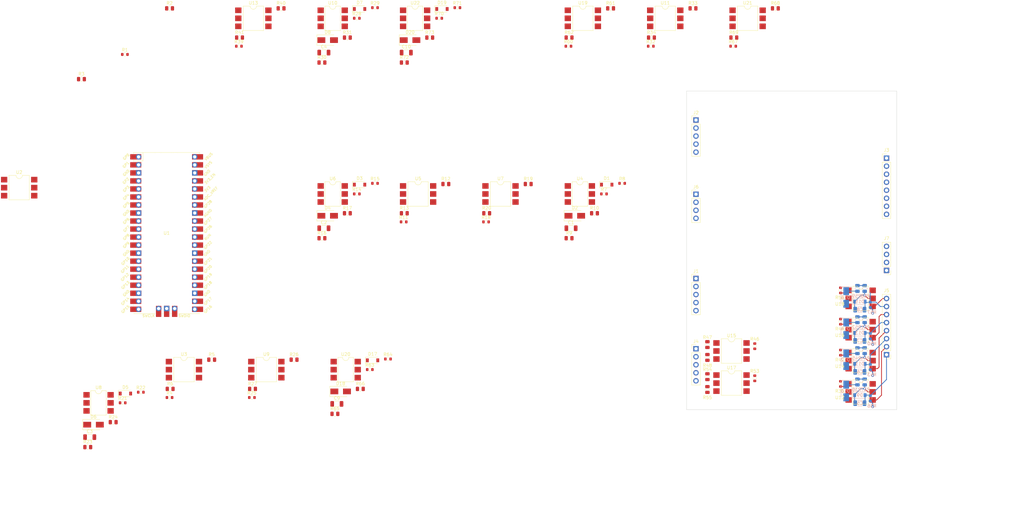
<source format=kicad_pcb>
(kicad_pcb (version 20211014) (generator pcbnew)
  (layers (0 "F.Cu" signal) (31 "B.Cu" signal) (34 "B.Paste" user) (35 "F.Paste" user) (36 "B.SilkS" user "B.Silkscreen") (37 "F.SilkS" user "F.Silkscreen") (38 "B.Mask" user) (39 "F.Mask" user) (44 "Edge.Cuts" user))
  (net 0 "")
  (net 1 "Net-(C2-Pad1)")
  (net 2 "Net-(D4-Pad1)")
  (net 3 "GND")
  (net 4 "+5V")
  (net 5 "Net-(C3-Pad1)")
  (net 6 "Net-(R1-Pad1)")
  (net 7 "Net-(C1-Pad1)")
  (net 8 "Net-(C4-Pad1)")
  (net 9 "+3V3")
  (net 10 "Net-(C5-Pad1)")
  (net 11 "Net-(J1-Pad3)")
  (net 12 "Net-(R2-Pad2)")
  (net 13 "Net-(R10-Pad2)")
  (net 14 "Net-(C6-Pad1)")
  (net 15 "Net-(R13-Pad2)")
  (net 26 "Net-(J1-Pad4)")
  (net 27 "Net-(C7-Pad1)")
  (net 28 "Net-(C8-Pad1)")
  (net 29 "Net-(C9-Pad1)")
  (net 30 "Net-(C10-Pad1)")
  (net 34 "Net-(D2-Pad1)")
  (net 35 "Net-(R12-Pad2)")
  (net 36 "/Input 1/NEUT")
  (net 44 "Net-(D6-Pad1)")
  (net 46 "Net-(D8-Pad1)")
  (net 47 "Net-(D10-Pad1)")
  (net 49 "/Input 5/NEUT")
  (net 51 "Net-(D12-Pad1)")
  (net 52 "Net-(D14-Pad1)")
  (net 53 "Net-(D16-Pad1)")
  (net 54 "Net-(D18-Pad1)")
  (net 57 "/Input 10/NEUT")
  (net 58 "Net-(D20-Pad1)")
  (net 59 "/Input 1/INPUT")
  (net 61 "/Input 2/INPUT")
  (net 62 "/Input 3/INPUT")
  (net 63 "/Input 4/INPUT")
  (net 64 "Net-(J1-Pad5)")
  (net 65 "/Input 5/INPUT")
  (net 66 "/Input 6/INPUT")
  (net 67 "/Input 7/INPUT")
  (net 68 "/Input 8/INPUT")
  (net 69 "/Input 9/INPUT")
  (net 70 "/Input 10/INPUT")
  (net 71 "Net-(R3-Pad2)")
  (net 72 "/Input 1/RPI")
  (net 73 "Net-(R5-Pad2)")
  (net 74 "Net-(R6-Pad2)")
  (net 75 "Net-(R7-Pad1)")
  (net 76 "/Output 1/RPI")
  (net 77 "/Input 2/RPI")
  (net 78 "Net-(R14-Pad1)")
  (net 79 "/Output 2/RPI")
  (net 80 "Net-(R16-Pad1)")
  (net 81 "/Input 3/RPI")
  (net 82 "Net-(R19-Pad2)")
  (net 83 "Net-(R20-Pad2)")
  (net 84 "Net-(R21-Pad1)")
  (net 85 "/Output 3/RPI")
  (net 86 "Net-(R23-Pad1)")
  (net 87 "/Input 4/RPI")
  (net 88 "Net-(R26-Pad2)")
  (net 89 "Net-(R27-Pad2)")
  (net 90 "Net-(R28-Pad1)")
  (net 91 "/Output 4/RPI")
  (net 92 "Net-(R30-Pad1)")
  (net 93 "/Input 5/RPI")
  (net 94 "Net-(R33-Pad2)")
  (net 95 "Net-(R34-Pad2)")
  (net 96 "Net-(R35-Pad1)")
  (net 97 "/Output 5/RPI")
  (net 98 "Net-(R37-Pad1)")
  (net 99 "/Input 6/RPI")
  (net 100 "Net-(R40-Pad2)")
  (net 101 "Net-(R41-Pad2)")
  (net 102 "Net-(R42-Pad1)")
  (net 103 "/Output 7/RPI")
  (net 104 "Net-(R44-Pad1)")
  (net 105 "/Input 7/RPI")
  (net 106 "Net-(R47-Pad2)")
  (net 107 "Net-(R48-Pad2)")
  (net 108 "Net-(R49-Pad1)")
  (net 109 "/Output 6/RPI")
  (net 110 "Net-(R51-Pad1)")
  (net 111 "/Input 8/RPI")
  (net 112 "Net-(R54-Pad2)")
  (net 113 "Net-(R55-Pad2)")
  (net 114 "Net-(R56-Pad1)")
  (net 115 "/Output 8/RPI")
  (net 116 "Net-(R58-Pad1)")
  (net 117 "/Input 9/RPI")
  (net 118 "Net-(R61-Pad2)")
  (net 119 "Net-(R62-Pad2)")
  (net 120 "Net-(R63-Pad1)")
  (net 121 "/Output 9/RPI")
  (net 122 "Net-(R65-Pad1)")
  (net 123 "/Input 10/RPI")
  (net 124 "Net-(R68-Pad2)")
  (net 125 "Net-(R69-Pad2)")
  (net 126 "Net-(R70-Pad1)")
  (net 127 "/Output 10/RPI")
  (net 128 "Net-(R72-Pad1)")
  (net 161 "/Output 1/GATE")
  (net 162 "/Output 2/GATE")
  (net 163 "/Output 3/GATE")
  (net 164 "/Output 4/GATE")
  (net 165 "/Output 7/GATE")
  (net 166 "/Output 8/GATE")
  (net 167 "/Output 5/GATE")
  (net 168 "/Output 6/GATE")
  (net 169 "/Output 9/GATE")
  (net 170 "/Output 10/GATE")
  (net 171 "/Output 1/SOURCE")
  (net 172 "/Output 2/SOURCE")
  (net 173 "/Output 3/SOURCE")
  (net 174 "/Output 4/SOURCE")
  (net 175 "/Output 7/SOURCE")
  (net 176 "/Output 8/SOURCE")
  (net 177 "/Output 5/SOURCE")
  (net 178 "/Output 6/SOURCE")
  (net 179 "/Output 9/SOURCE")
  (net 180 "/Output 10/SOURCE")
  (net 181 "Net-(J6-Pad4)")
  (footprint "Resistor_SMD:R_0805_2012Metric" (layer "F.Cu") (at 31.998 77.948)
    (fp_text reference "R12")
    (fp_text value "33KΩ/0.5W")
  )
  (footprint "Diode_SMD:D_SMA" (layer "F.Cu") (at -79.542 154.128)
    (fp_text reference "D6")
    (fp_text value "1N4007")
  )
  (footprint "Diode_SMD:D_SOD-123" (layer "F.Cu") (at 4.688 22.538)
    (fp_text reference "D7")
    (fp_text value "10V/0.4W")
  )
  (footprint "Package_DIP:SMDIP-6_W9.53mm" (layer "F.Cu") (at 75.378 25.488)
    (fp_text reference "U19")
    (fp_text value "H11AA1")
  )
  (footprint "MCU_RaspberryPi_and_Boards:RPi_Pico_SMD_TH" (layer "F.Cu") (at -56.388 93.472)
    (fp_text reference "U1")
    (fp_text value "Pico")
  )
  (footprint "Connector_PinHeader_2.54mm:PinHeader_1x04_P2.54mm_Vertical" (layer "F.Cu") (at 111.188 81.188)
    (fp_text reference "J6")
    (fp_text value "Conn_01x04_Female")
  )
  (footprint "Resistor_SMD:R_0805_2012Metric" (layer "F.Cu") (at 58.078 77.948)
    (fp_text reference "R19")
    (fp_text value "33KΩ/0.5W")
  )
  (footprint "Package_DIP:SMDIP-6_W9.53mm" (layer "F.Cu") (at -28.942 25.488)
    (fp_text reference "U13")
    (fp_text value "H11AA1")
  )
  (footprint "Package_DIP:SMDIP-6_W9.53mm" (layer "F.Cu") (at 122.428 140.97)
    (fp_text reference "U17")
    (fp_text value "H11AA1")
  )
  (footprint "Package_DIP:SMDIP-6_W7.62mm" (layer "F.Cu") (at -77.942 147.228)
    (fp_text reference "U8")
    (fp_text value "4N35")
  )
  (footprint "Resistor_SMD:R_0603_1608Metric" (layer "F.Cu") (at 122.968 34.318)
    (fp_text reference "R67")
    (fp_text value "10KΩ")
  )
  (footprint "Package_DIP:SMDIP-6_W7.62mm" (layer "F.Cu") (at 163.322 133.858)
    (fp_text reference "U14")
    (fp_text value "4N35")
  )
  (footprint "Resistor_SMD:R_0603_1608Metric" (layer "F.Cu") (at 82.058 81.078)
    (fp_text reference "R7")
    (fp_text value "330Ω")
  )
  (footprint "Resistor_SMD:R_0805_2012Metric" (layer "F.Cu") (at 71.008 95.098)
    (fp_text reference "R9")
    (fp_text value "33KΩ/0.5W")
  )
  (footprint "Diode_SMD:D_SOD-123" (layer "F.Cu") (at 30.768 22.538)
    (fp_text reference "D19")
    (fp_text value "10V/0.4W")
  )
  (footprint "Resistor_SMD:R_0603_1608Metric" (layer "F.Cu") (at 87.808 77.728)
    (fp_text reference "R8")
    (fp_text value "22KΩ")
  )
  (footprint "Resistor_SMD:R_0603_1608Metric" (layer "F.Cu") (at 3.818 25.468)
    (fp_text reference "R28")
    (fp_text value "330Ω")
  )
  (footprint "Diode_SMD:D_SOD-123" (layer "F.Cu") (at 4.688 78.148)
    (fp_text reference "D3")
    (fp_text value "10V/0.4W")
  )
  (footprint "Diode_SMD:D_SMA" (layer "F.Cu") (at -5.412 32.388)
    (fp_text reference "D8")
    (fp_text value "1N4007")
  )
  (footprint "Diode_SMD:D_SOD-123" (layer "F.Cu") (at -69.442 144.278)
    (fp_text reference "D5")
    (fp_text value "10V/0.4W")
  )
  (footprint "Resistor_SMD:R_0805_2012Metric" (layer "F.Cu") (at -33.312 31.588)
    (fp_text reference "R41")
    (fp_text value "33KΩ/0.5W")
  )
  (footprint "Resistor_SMD:R_0603_1608Metric" (layer "F.Cu") (at 9.568 22.118)
    (fp_text reference "R29")
    (fp_text value "22KΩ")
  )
  (footprint "Resistor_SMD:R_0805_2012Metric" (layer "F.Cu") (at 71.008 31.588)
    (fp_text reference "R62")
    (fp_text value "33KΩ/0.5W")
  )
  (footprint "Resistor_SMD:R_0805_2012Metric" (layer "F.Cu") (at 97.088 31.588)
    (fp_text reference "R34")
    (fp_text value "33KΩ/0.5W")
  )
  (footprint "Resistor_SMD:R_0805_2012Metric" (layer "F.Cu") (at 4.928 142.808)
    (fp_text reference "R66")
    (fp_text value "33KΩ/0.5W")
  )
  (footprint "Resistor_SMD:R_0805_2012Metric" (layer "F.Cu") (at -55.462 22.338)
    (fp_text reference "R2")
    (fp_text value "33KΩ/0.5W")
  )
  (footprint "Resistor_SMD:R_0603_1608Metric" (layer "F.Cu") (at 18.648 89.928)
    (fp_text reference "R11")
    (fp_text value "10KΩ")
  )
  (footprint "Package_DIP:SMDIP-6_W7.62mm" (layer "F.Cu") (at 163.322 124.0555)
    (fp_text reference "U16")
    (fp_text value "4N35")
  )
  (footprint "Diode_SMD:D_SOD-123" (layer "F.Cu") (at 8.798 133.758)
    (fp_text reference "D17")
    (fp_text value "10V/0.4W")
  )
  (footprint "Package_DIP:SMDIP-6_W9.53mm" (layer "F.Cu") (at 127.538 25.488)
    (fp_text reference "U21")
    (fp_text value "H11AA1")
  )
  (footprint "Connector_PinHeader_2.54mm:PinHeader_1x05_P2.54mm_Vertical" (layer "F.Cu") (at 111.188 130.083)
    (fp_text reference "J4")
    (fp_text value "Conn_01x05_Female")
  )
  (footprint "Package_DIP:SMDIP-6_W9.53mm" (layer "F.Cu") (at 122.428 130.81)
    (fp_text reference "U15")
    (fp_text value "H11AA1")
  )
  (footprint "Resistor_SMD:R_0603_1608Metric" (layer "F.Cu") (at 29.898 25.468)
    (fp_text reference "R70")
    (fp_text value "330Ω")
  )
  (footprint "Resistor_SMD:R_0603_1608Metric" (layer "F.Cu") (at 156.972 111.6095 90)
    (fp_text reference "R56")
    (fp_text value "330Ω")
  )
  (footprint "Resistor_SMD:R_0805_2012Metric" (layer "F.Cu") (at -83.362 44.738)
    (fp_text reference "R3")
    (fp_text value "33KΩ/0.5W")
  )
  (footprint "Resistor_SMD:R_0805_2012Metric" (layer "F.Cu") (at 110.238 22.338)
    (fp_text reference "R33")
    (fp_text value "33KΩ/0.5W")
  )
  (footprint "Resistor_SMD:R_0603_1608Metric" (layer "F.Cu") (at 44.728 89.928)
    (fp_text reference "R18")
    (fp_text value "10KΩ")
  )
  (footprint "Resistor_SMD:R_0603_1608Metric" (layer "F.Cu") (at 96.888 34.318)
    (fp_text reference "R32")
    (fp_text value "10KΩ")
  )
  (footprint "Capacitor_SMD:C_1206_3216Metric" (layer "F.Cu") (at -6.612 36.338)
    (fp_text reference "C4")
    (fp_text value "2.2uF/63V")
  )
  (footprint "Resistor_SMD:R_0603_1608Metric" (layer "F.Cu") (at 9.568 77.728)
    (fp_text reference "R15")
    (fp_text value "22KΩ")
  )
  (footprint "Resistor_SMD:R_0805_2012Metric" (layer "F.Cu") (at -3.122 150.708)
    (fp_text reference "R65")
    (fp_text value "33KΩ/0.5W")
  )
  (footprint "Resistor_SMD:R_0805_2012Metric" (layer "F.Cu") (at -42.132 133.558)
    (fp_text reference "R5")
    (fp_text value "33KΩ/0.5W")
  )
  (footprint "Resistor_SMD:R_0805_2012Metric" (layer "F.Cu") (at 18.848 87.198)
    (fp_text reference "R13")
    (fp_text value "33KΩ/0.5W")
  )
  (footprint "Resistor_SMD:R_0603_1608Metric" (layer "F.Cu") (at -69.612 36.918)
    (fp_text reference "R1")
    (fp_text value "10KΩ")
  )
  (footprint "Resistor_SMD:R_0805_2012Metric" (layer "F.Cu") (at 123.168 31.588)
    (fp_text reference "R69")
    (fp_text value "33KΩ/0.5W")
  )
  (footprint "Package_DIP:SMDIP-6_W9.53mm" (layer "F.Cu") (at -103.072 79.098)
    (fp_text reference "U2")
    (fp_text value "H11AA1")
  )
  (footprint "Resistor_SMD:R_0805_2012Metric" (layer "F.Cu") (at 0.818 31.588)
    (fp_text reference "R31")
    (fp_text value "33KΩ/0.5W")
  )
  (footprint "Resistor_SMD:R_0805_2012Metric" (layer "F.Cu") (at 79.058 87.198)
    (fp_text reference "R10")
    (fp_text value "33KΩ/0.5W")
  )
  (footprint "Package_DIP:SMDIP-6_W9.53mm" (layer "F.Cu") (at -50.912 136.708)
    (fp_text reference "U3")
    (fp_text value "H11AA1")
  )
  (footprint "Resistor_SMD:R_0603_1608Metric" (layer "F.Cu") (at 35.648 22.118)
    (fp_text reference "R71")
    (fp_text value "22KΩ")
  )
  (footprint "Package_DIP:SMDIP-6_W7.62mm" (layer "F.Cu") (at 22.268 25.488)
    (fp_text reference "U22")
    (fp_text value "4N35")
  )
  (footprint "Resistor_SMD:R_0603_1608Metric" (layer "F.Cu") (at 129.794 129.286 90)
    (fp_text reference "R46")
    (fp_text value "10KΩ")
  )
  (footprint "Resistor_SMD:R_0603_1608Metric" (layer "F.Cu") (at 7.928 136.688)
    (fp_text reference "R63")
    (fp_text value "330Ω")
  )
  (footprint "Capacitor_SMD:C_1206_3216Metric" (layer "F.Cu") (at -6.612 91.948)
    (fp_text reference "C2")
    (fp_text value "2.2uF/63V")
  )
  (footprint "Package_DIP:SMDIP-6_W9.53mm" (layer "F.Cu") (at 49.298 81.098)
    (fp_text reference "U7")
    (fp_text value "H11AA1")
  )
  (footprint "Resistor_SMD:R_0805_2012Metric" (layer "F.Cu") (at -29.202 142.808)
    (fp_text reference "R27")
    (fp_text value "33KΩ/0.5W")
  )
  (footprint "Connector_PinHeader_2.54mm:PinHeader_1x08_P2.54mm_Vertical" (layer "F.Cu") (at 171.513 69.758)
    (fp_text reference "J3")
    (fp_text value "Conn_01x08_Female")
  )
  (footprint "Resistor_SMD:R_0805_2012Metric" (layer "F.Cu") (at -7.232 39.488)
    (fp_text reference "R30")
    (fp_text value "33KΩ/0.5W")
  )
  (footprint "Resistor_SMD:R_0603_1608Metric" (layer "F.Cu") (at 156.972 121.5155 90)
    (fp_text reference "R49")
    (fp_text value "330Ω")
  )
  (footprint "Resistor_SMD:R_0805_2012Metric" (layer "F.Cu") (at 114.808 143.002 90)
    (fp_text reference "R55")
    (fp_text value "33KΩ/0.5W")
  )
  (footprint "Package_DIP:SMDIP-6_W7.62mm" (layer "F.Cu") (at 163.322 143.764)
    (fp_text reference "U12")
    (fp_text value "4N35")
  )
  (footprint "Resistor_SMD:R_0603_1608Metric" (layer "F.Cu") (at -29.402 145.538)
    (fp_text reference "R25")
    (fp_text value "10KΩ")
  )
  (footprint "Resistor_SMD:R_0603_1608Metric" (layer "F.Cu") (at -55.482 145.538)
    (fp_text reference "R4")
    (fp_text value "10KΩ")
  )
  (footprint "Connector_PinHeader_2.54mm:PinHeader_1x08_P2.54mm_Vertical" (layer "F.Cu") (at 171.513 131.973 180)
    (fp_text reference "J5")
    (fp_text value "Conn_01x08_Female")
  )
  (footprint "Resistor_SMD:R_0805_2012Metric" (layer "F.Cu") (at 136.318 22.338)
    (fp_text reference "R68")
    (fp_text value "33KΩ/0.5W")
  )
  (footprint "Resistor_SMD:R_0603_1608Metric" (layer "F.Cu") (at 70.808 34.318)
    (fp_text reference "R60")
    (fp_text value "10KΩ")
  )
  (footprint "Resistor_SMD:R_0805_2012Metric" (layer "F.Cu") (at 18.848 39.488)
    (fp_text reference "R72")
    (fp_text value "33KΩ/0.5W")
  )
  (footprint "Resistor_SMD:R_0805_2012Metric" (layer "F.Cu") (at 0.818 87.198)
    (fp_text reference "R17")
    (fp_text value "33KΩ/0.5W")
  )
  (footprint "Package_DIP:SMDIP-6_W7.62mm" (layer "F.Cu") (at 163.322 114.1495)
    (fp_text reference "U18")
    (fp_text value "4N35")
  )
  (footprint "Diode_SMD:D_SMA" (layer "F.Cu") (at 72.828 87.998)
    (fp_text reference "D2")
    (fp_text value "1N4007")
  )
  (footprint "Package_DIP:SMDIP-6_W7.62mm" (layer "F.Cu") (at 74.428 81.098)
    (fp_text reference "U4")
    (fp_text value "4N35")
  )
  (footprint "Resistor_SMD:R_0603_1608Metric" (layer "F.Cu") (at 129.794 139.446 90)
    (fp_text reference "R53")
    (fp_text value "10KΩ")
  )
  (footprint "Diode_SMD:D_SMA" (layer "F.Cu") (at -1.302 143.608)
    (fp_text reference "D18")
    (fp_text value "1N4007")
  )
  (footprint "Resistor_SMD:R_0805_2012Metric" (layer "F.Cu") (at -55.282 142.808)
    (fp_text reference "R6")
    (fp_text value "33KΩ/0.5W")
  )
  (footprint "Connector_PinHeader_2.54mm:PinHeader_1x05_P2.54mm_Vertical" (layer "F.Cu") (at 111.188 57.693)
    (fp_text reference "J2")
    (fp_text value "Conn_01x05_Female")
  )
  (footprint "Resistor_SMD:R_0805_2012Metric" (layer "F.Cu") (at 114.808 132.842 90)
    (fp_text reference "R48")
    (fp_text value "33KΩ/0.5W")
  )
  (footprint "Package_DIP:SMDIP-6_W7.62mm" (layer "F.Cu") (at 0.298 136.708)
    (fp_text reference "U20")
    (fp_text value "4N35")
  )
  (footprint "Resistor_SMD:R_0805_2012Metric" (layer "F.Cu") (at -16.052 133.558)
    (fp_text reference "R26")
    (fp_text value "33KΩ/0.5W")
  )
  (footprint "Package_DIP:SMDIP-6_W9.53mm" (layer "F.Cu") (at 23.218 81.098)
    (fp_text reference "U5")
    (fp_text value "H11AA1")
  )
  (footprint "Connector_PinHeader_2.54mm:PinHeader_1x05_P2.54mm_Vertical" (layer "F.Cu") (at 111.188 107.858)
    (fp_text reference "J1")
    (fp_text value "Conn_01x05_Male")
  )
  (footprint "Package_DIP:SMDIP-6_W7.62mm" (layer "F.Cu") (at -3.812 81.098)
    (fp_text reference "U6")
    (fp_text value "4N35")
  )
  (footprint "Package_DIP:SMDIP-6_W7.62mm" (layer "F.Cu") (at -3.812 25.488)
    (fp_text reference "U10")
    (fp_text value "4N35")
  )
  (footprint "Resistor_SMD:R_0603_1608Metric" (layer "F.Cu") (at 156.972 131.318 90)
    (fp_text reference "R42")
    (fp_text value "330Ω")
  )
  (footprint "Capacitor_SMD:C_1206_3216Metric" (layer "F.Cu") (at -80.742 158.078)
    (fp_text reference "C3")
    (fp_text value "2.2uF/63V")
  )
  (footprint "Capacitor_SMD:C_1206_3216Metric" (layer "F.Cu") (at 19.468 36.338)
    (fp_text reference "C10")
    (fp_text value "2.2uF/63V")
  )
  (footprint "Resistor_SMD:R_0805_2012Metric" (layer "F.Cu") (at 26.898 31.588)
    (fp_text reference "R73")
    (fp_text value "33KΩ/0.5W")
  )
  (footprint "Connector_PinHeader_2.54mm:PinHeader_1x04_P2.54mm_Vertical" (layer "F.Cu") (at 171.513 105.308 180)
    (fp_text reference "J7")
    (fp_text value "Conn_01x04_Female")
  )
  (footprint "Resistor_SMD:R_0603_1608Metric" (layer "F.Cu") (at -33.512 34.318)
    (fp_text reference "R39")
    (fp_text value "10KΩ")
  )
  (footprint "Resistor_SMD:R_0805_2012Metric" (layer "F.Cu") (at 114.808 138.938 -90)
    (fp_text reference "R54")
    (fp_text value "33KΩ/0.5W")
  )
  (footprint "Capacitor_SMD:C_1206_3216Metric" (layer "F.Cu") (at 71.628 91.948)
    (fp_text reference "C1")
    (fp_text value "2.2uF/63V")
  )
  (footprint "Package_DIP:SMDIP-6_W9.53mm" (layer "F.Cu") (at 101.458 25.488)
    (fp_text reference "U11")
    (fp_text value "H11AA1")
  )
  (footprint "Diode_SMD:D_SMA" (layer "F.Cu") (at 20.668 32.388)
    (fp_text reference "D20")
    (fp_text value "1N4007")
  )
  (footprint "Resistor_SMD:R_0805_2012Metric" (layer "F.Cu") (at 114.808 128.778 -90)
    (fp_text reference "R47")
    (fp_text value "33KΩ/0.5W")
  )
  (footprint "Resistor_SMD:R_0805_2012Metric" (layer "F.Cu") (at -7.232 95.098)
    (fp_text reference "R16")
    (fp_text value "33KΩ/0.5W")
  )
  (footprint "Resistor_SMD:R_0603_1608Metric" (layer "F.Cu") (at 13.678 133.338)
    (fp_text reference "R64")
    (fp_text value "22KΩ")
  )
  (footprint "Package_DIP:SMDIP-6_W9.53mm" (layer "F.Cu") (at -24.832 136.708)
    (fp_text reference "U9")
    (fp_text value "H11AA1")
  )
  (footprint "Resistor_SMD:R_0603_1608Metric" (layer "F.Cu") (at -64.562 143.858)
    (fp_text reference "R22")
    (fp_text value "22KΩ")
  )
  (footprint "Resistor_SMD:R_0805_2012Metric" (layer "F.Cu") (at 44.928 87.198)
    (fp_text reference "R20")
    (fp_text value "33KΩ/0.5W")
  )
  (footprint "Resistor_SMD:R_0805_2012Metric" (layer "F.Cu") (at -73.312 153.328)
    (fp_text reference "R24")
    (fp_text value "33KΩ/0.5W")
  )
  (footprint "Resistor_SMD:R_0603_1608Metric" (layer "F.Cu") (at 156.972 141.224 90)
    (fp_text reference "R35")
    (fp_text value "330Ω")
  )
  (footprint "Resistor_SMD:R_0805_2012Metric" (layer "F.Cu") (at -81.362 161.228)
    (fp_text reference "R23")
    (fp_text value "33KΩ/0.5W")
  )
  (footprint "Resistor_SMD:R_0805_2012Metric" (layer "F.Cu") (at -20.162 22.338)
    (fp_text reference "R40")
    (fp_text value "33KΩ/0.5W")
  )
  (footprint "Resistor_SMD:R_0603_1608Metric" (layer "F.Cu") (at -70.312 147.208)
    (fp_text reference "R21")
    (fp_text value "330Ω")
  )
  (footprint "Diode_SMD:D_SOD-123" (layer "F.Cu") (at 82.928 78.148)
    (fp_text reference "D1")
    (fp_text value "10V/0.4W")
  )
  (footprint "Diode_SMD:D_SMA" (layer "F.Cu") (at -5.412 87.998)
    (fp_text reference "D4")
    (fp_text value "1N4007")
  )
  (footprint "Resistor_SMD:R_0805_2012Metric" (layer "F.Cu") (at 84.158 22.338)
    (fp_text reference "R61")
    (fp_text value "33KΩ/0.5W")
  )
  (footprint "Capacitor_SMD:C_1206_3216Metric" (layer "F.Cu") (at -2.502 147.558)
    (fp_text reference "C9")
    (fp_text value "2.2uF/63V")
  )
  (footprint "Resistor_SMD:R_0603_1608Metric" (layer "F.Cu") (at 3.818 81.078)
    (fp_text reference "R14")
    (fp_text value "330Ω")
  )
  (footprint "Diode_SMD:D_SMA" (layer "B.Cu") (at 158.75 113.8635 -90)
    (fp_text reference "D16")
    (fp_text value "1N4007")
  )
  (footprint "Resistor_SMD:R_0603_1608Metric" (layer "B.Cu") (at 166.37 135.89 90)
    (fp_text reference "R43")
    (fp_text value "22KΩ")
  )
  (footprint "Resistor_SMD:R_0805_2012Metric" (layer "B.Cu") (at 164.592 130.7065 -90)
    (fp_text reference "R44")
    (fp_text value "33KΩ/0.5W")
  )
  (footprint "Resistor_SMD:R_0805_2012Metric" (layer "B.Cu") (at 164.592 110.998 -90)
    (fp_text reference "R58")
    (fp_text value "33KΩ/0.5W")
  )
  (footprint "Resistor_SMD:R_0805_2012Metric" (layer "B.Cu") (at 162.306 120.904 90)
    (fp_text reference "R52")
    (fp_text value "33KΩ/0.5W")
  )
  (footprint "Diode_SMD:D_SOD-123" (layer "B.Cu") (at 163.068 115.1655)
    (fp_text reference "D15")
    (fp_text value "10V/0.4W")
  )
  (footprint "Diode_SMD:D_SMA" (layer "B.Cu") (at 158.75 143.478 -90)
    (fp_text reference "D10")
    (fp_text value "1N4007")
  )
  (footprint "Resistor_SMD:R_0805_2012Metric" (layer "B.Cu") (at 162.306 130.7065 90)
    (fp_text reference "R45")
    (fp_text value "33KΩ/0.5W")
  )
  (footprint "Diode_SMD:D_SMA" (layer "B.Cu") (at 158.75 123.7695 -90)
    (fp_text reference "D14")
    (fp_text value "1N4007")
  )
  (footprint "Resistor_SMD:R_0603_1608Metric" (layer "B.Cu") (at 166.37 145.796 90)
    (fp_text reference "R36")
    (fp_text value "22KΩ")
  )
  (footprint "Resistor_SMD:R_0805_2012Metric" (layer "B.Cu") (at 164.592 140.6125 -90)
    (fp_text reference "R37")
    (fp_text value "33KΩ/0.5W")
  )
  (footprint "Diode_SMD:D_SOD-123" (layer "B.Cu") (at 163.068 144.78)
    (fp_text reference "D9")
    (fp_text value "10V/0.4W")
  )
  (footprint "Diode_SMD:D_SMA" (layer "B.Cu") (at 158.75 133.572 -90)
    (fp_text reference "D12")
    (fp_text value "1N4007")
  )
  (footprint "Resistor_SMD:R_0805_2012Metric" (layer "B.Cu") (at 162.306 110.998 90)
    (fp_text reference "R59")
    (fp_text value "33KΩ/0.5W")
  )
  (footprint "Resistor_SMD:R_0603_1608Metric" (layer "B.Cu") (at 166.37 116.1815 90)
    (fp_text reference "R57")
    (fp_text value "22KΩ")
  )
  (footprint "Resistor_SMD:R_0603_1608Metric" (layer "B.Cu") (at 166.37 126.0875 90)
    (fp_text reference "R50")
    (fp_text value "22KΩ")
  )
  (footprint "Resistor_SMD:R_0805_2012Metric" (layer "B.Cu") (at 162.306 140.6125 90)
    (fp_text reference "R38")
    (fp_text value "33KΩ/0.5W")
  )
  (footprint "Capacitor_SMD:C_1206_3216Metric" (layer "B.Cu") (at 163.068 147.32)
    (fp_text reference "C5")
    (fp_text value "2.2uF/63V")
  )
  (footprint "Capacitor_SMD:C_1206_3216Metric" (layer "B.Cu") (at 163.068 127.6115)
    (fp_text reference "C7")
    (fp_text value "2.2uF/63V")
  )
  (footprint "Resistor_SMD:R_0805_2012Metric" (layer "B.Cu") (at 164.592 120.904 -90)
    (fp_text reference "R51")
    (fp_text value "33KΩ/0.5W")
  )
  (footprint "Diode_SMD:D_SOD-123" (layer "B.Cu") (at 163.068 125.0715)
    (fp_text reference "D13")
    (fp_text value "10V/0.4W")
  )
  (footprint "Capacitor_SMD:C_1206_3216Metric" (layer "B.Cu") (at 163.068 117.7055)
    (fp_text reference "C8")
    (fp_text value "2.2uF/63V")
  )
  (footprint "Diode_SMD:D_SOD-123" (layer "B.Cu") (at 163.068 134.874)
    (fp_text reference "D11")
    (fp_text value "10V/0.4W")
  )
  (footprint "Capacitor_SMD:C_1206_3216Metric" (layer "B.Cu") (at 163.068 137.414)
    (fp_text reference "C6")
    (fp_text value "2.2uF/63V")
  )
  (gr_line locked (start 174.752 149.352) (end 174.752 48.514) (layer "Edge.Cuts") (width 0.1))
  (gr_line locked (start 108.204 149.352) (end 108.204 48.514) (layer "Edge.Cuts") (width 0.1))
  (gr_line locked (start 108.204 48.514) (end 174.752 48.514) (layer "Edge.Cuts") (width 0.1))
  (gr_line locked (start 108.204 149.352) (end 174.752 149.352) (layer "Edge.Cuts") (width 0.1))
  (segment (start 165.608 143.764) (end 167.132 143.764) (width 0.25) (layer "F.Cu") (net 10))
  (segment (start 164.592 142.748) (end 165.608 143.764) (width 0.25) (layer "F.Cu") (net 10))
  (via (at 164.592 142.748) (size 0.8) (drill 0.4) (layers "F.Cu" "B.Cu") (net 10))
  (segment (start 161.418 144.78) (end 161.418 144.652) (width 0.25) (layer "B.Cu") (net 10))
  (segment (start 161.418 144.652) (end 163.322 142.748) (width 0.25) (layer "B.Cu") (net 10))
  (segment (start 163.322 142.748) (end 164.592 142.748) (width 0.25) (layer "B.Cu") (net 10))
  (segment (start 161.418 147.145) (end 161.593 147.32) (width 0.25) (layer "B.Cu") (net 10))
  (segment (start 164.592 141.525) (end 164.592 142.748) (width 0.25) (layer "B.Cu") (net 10))
  (segment (start 161.418 144.78) (end 161.418 147.145) (width 0.25) (layer "B.Cu") (net 10))
  (segment (start 164.592 132.842) (end 165.608 133.858) (width 0.25) (layer "F.Cu") (net 14))
  (segment (start 165.608 133.858) (end 167.132 133.858) (width 0.25) (layer "F.Cu") (net 14))
  (via (at 164.592 132.842) (size 0.8) (drill 0.4) (layers "F.Cu" "B.Cu") (net 14))
  (segment (start 163.45 132.842) (end 164.592 132.842) (width 0.25) (layer "B.Cu") (net 14))
  (segment (start 161.418 137.239) (end 161.593 137.414) (width 0.25) (layer "B.Cu") (net 14))
  (segment (start 161.418 134.874) (end 161.418 137.239) (width 0.25) (layer "B.Cu") (net 14))
  (segment (start 164.592 131.619) (end 164.592 132.842) (width 0.25) (layer "B.Cu") (net 14))
  (segment (start 161.418 134.874) (end 163.45 132.842) (width 0.25) (layer "B.Cu") (net 14))
  (segment (start 165.608 124.0555) (end 167.132 124.0555) (width 0.25) (layer "F.Cu") (net 27))
  (segment (start 164.592 123.0395) (end 165.608 124.0555) (width 0.25) (layer "F.Cu") (net 27))
  (via (at 164.592 123.0395) (size 0.8) (drill 0.4) (layers "F.Cu" "B.Cu") (net 27))
  (segment (start 161.418 125.0715) (end 161.418 124.9435) (width 0.25) (layer "B.Cu") (net 27))
  (segment (start 164.592 121.8165) (end 164.592 123.0395) (width 0.25) (layer "B.Cu") (net 27))
  (segment (start 161.418 127.4365) (end 161.593 127.6115) (width 0.25) (layer "B.Cu") (net 27))
  (segment (start 163.322 123.0395) (end 164.592 123.0395) (width 0.25) (layer "B.Cu") (net 27))
  (segment (start 161.418 125.0715) (end 161.418 127.4365) (width 0.25) (layer "B.Cu") (net 27))
  (segment (start 161.418 124.9435) (end 163.322 123.0395) (width 0.25) (layer "B.Cu") (net 27))
  (segment (start 165.608 114.1495) (end 167.132 114.1495) (width 0.25) (layer "F.Cu") (net 28))
  (segment (start 164.592 113.1335) (end 165.608 114.1495) (width 0.25) (layer "F.Cu") (net 28))
  (via (at 164.592 113.1335) (size 0.8) (drill 0.4) (layers "F.Cu" "B.Cu") (net 28))
  (segment (start 161.418 115.1655) (end 163.45 113.1335) (width 0.25) (layer "B.Cu") (net 28))
  (segment (start 163.45 113.1335) (end 164.592 113.1335) (width 0.25) (layer "B.Cu") (net 28))
  (segment (start 161.418 115.1655) (end 161.418 117.5305) (width 0.25) (layer "B.Cu") (net 28))
  (segment (start 164.592 111.9105) (end 164.592 113.1335) (width 0.25) (layer "B.Cu") (net 28))
  (segment (start 161.418 117.5305) (end 161.593 117.7055) (width 0.25) (layer "B.Cu") (net 28))
  (segment (start 158.75 141.478) (end 162.259 141.478) (width 0.25) (layer "B.Cu") (net 47))
  (segment (start 162.259 141.478) (end 162.306 141.525) (width 0.25) (layer "B.Cu") (net 47))
  (segment (start 158.75 131.572) (end 162.259 131.572) (width 0.25) (layer "B.Cu") (net 51))
  (segment (start 162.259 131.572) (end 162.306 131.619) (width 0.25) (layer "B.Cu") (net 51))
  (segment (start 158.75 121.7695) (end 162.259 121.7695) (width 0.25) (layer "B.Cu") (net 52))
  (segment (start 162.259 121.7695) (end 162.306 121.8165) (width 0.25) (layer "B.Cu") (net 52))
  (segment (start 158.75 111.8635) (end 162.259 111.8635) (width 0.25) (layer "B.Cu") (net 53))
  (segment (start 162.259 111.8635) (end 162.306 111.9105) (width 0.25) (layer "B.Cu") (net 53))
  (segment (start 157.925 142.049) (end 156.972 142.049) (width 0.25) (layer "F.Cu") (net 96))
  (segment (start 159.512 141.224) (end 158.75 141.224) (width 0.25) (layer "F.Cu") (net 96))
  (segment (start 158.75 141.224) (end 157.925 142.049) (width 0.25) (layer "F.Cu") (net 96))
  (segment (start 162.306 139.7) (end 164.592 139.7) (width 0.25) (layer "B.Cu") (net 98))
  (segment (start 159.512 131.318) (end 158.75 131.318) (width 0.25) (layer "F.Cu") (net 102))
  (segment (start 157.925 132.143) (end 156.972 132.143) (width 0.25) (layer "F.Cu") (net 102))
  (segment (start 158.75 131.318) (end 157.925 132.143) (width 0.25) (layer "F.Cu") (net 102))
  (segment (start 162.306 129.794) (end 164.592 129.794) (width 0.25) (layer "B.Cu") (net 104))
  (segment (start 158.75 121.5155) (end 157.925 122.3405) (width 0.25) (layer "F.Cu") (net 108))
  (segment (start 159.512 121.5155) (end 158.75 121.5155) (width 0.25) (layer "F.Cu") (net 108))
  (segment (start 157.925 122.3405) (end 156.972 122.3405) (width 0.25) (layer "F.Cu") (net 108))
  (segment (start 162.306 119.9915) (end 164.592 119.9915) (width 0.25) (layer "B.Cu") (net 110))
  (segment (start 157.925 112.4345) (end 156.972 112.4345) (width 0.25) (layer "F.Cu") (net 114))
  (segment (start 158.75 111.6095) (end 157.925 112.4345) (width 0.25) (layer "F.Cu") (net 114))
  (segment (start 159.512 111.6095) (end 158.75 111.6095) (width 0.25) (layer "F.Cu") (net 114))
  (segment (start 162.306 110.0855) (end 164.592 110.0855) (width 0.25) (layer "B.Cu") (net 116))
  (segment (start 169.926 131.02) (end 169.926 144.78) (width 0.25) (layer "F.Cu") (net 165))
  (segment (start 168.402 146.304) (end 167.132 146.304) (width 0.25) (layer "F.Cu") (net 165))
  (segment (start 169.926 144.78) (end 168.402 146.304) (width 0.25) (layer "F.Cu") (net 165))
  (segment (start 167.132 146.304) (end 167.132 148.4865) (width 0.25) (layer "F.Cu") (net 165))
  (segment (start 171.513 129.433) (end 169.926 131.02) (width 0.25) (layer "F.Cu") (net 165))
  (via (at 167.132 148.4865) (size 0.8) (drill 0.4) (layers "F.Cu" "B.Cu") (net 165))
  (segment (start 167.132 147.383) (end 166.37 146.621) (width 0.25) (layer "B.Cu") (net 165))
  (segment (start 167.132 148.4865) (end 167.132 147.383) (width 0.25) (layer "B.Cu") (net 165))
  (segment (start 167.132 136.398) (end 168.656 136.398) (width 0.25) (layer "F.Cu") (net 166))
  (segment (start 167.132 136.398) (end 167.132 138.5805) (width 0.25) (layer "F.Cu") (net 166))
  (segment (start 169.164 126.702) (end 171.513 124.353) (width 0.25) (layer "F.Cu") (net 166))
  (segment (start 168.656 136.398) (end 169.164 135.89) (width 0.25) (layer "F.Cu") (net 166))
  (segment (start 169.164 135.89) (end 169.164 126.702) (width 0.25) (layer "F.Cu") (net 166))
  (via (at 167.132 138.5805) (size 0.8) (drill 0.4) (layers "F.Cu" "B.Cu") (net 166))
  (segment (start 167.132 137.477) (end 166.37 136.715) (width 0.25) (layer "B.Cu") (net 166))
  (segment (start 167.132 138.5805) (end 167.132 137.477) (width 0.25) (layer "B.Cu") (net 166))
  (segment (start 167.132 126.5955) (end 167.5365 126.5955) (width 0.25) (layer "F.Cu") (net 167))
  (segment (start 167.5365 126.5955) (end 169.164 124.968) (width 0.25) (layer "F.Cu") (net 167))
  (segment (start 169.779 119.273) (end 171.513 119.273) (width 0.25) (layer "F.Cu") (net 167))
  (segment (start 169.164 119.888) (end 169.779 119.273) (width 0.25) (layer "F.Cu") (net 167))
  (segment (start 167.132 126.5955) (end 167.132 128.778) (width 0.25) (layer "F.Cu") (net 167))
  (segment (start 169.164 124.968) (end 169.164 119.888) (width 0.25) (layer "F.Cu") (net 167))
  (via (at 167.132 128.778) (size 0.8) (drill 0.4) (layers "F.Cu" "B.Cu") (net 167))
  (segment (start 167.132 128.778) (end 167.132 127.6745) (width 0.25) (layer "B.Cu") (net 167))
  (segment (start 167.132 127.6745) (end 166.37 126.9125) (width 0.25) (layer "B.Cu") (net 167))
  (segment (start 167.132 116.6895) (end 167.7905 116.6895) (width 0.25) (layer "F.Cu") (net 168))
  (segment (start 167.132 116.6895) (end 167.132 118.872) (width 0.25) (layer "F.Cu") (net 168))
  (segment (start 170.287 114.193) (end 171.513 114.193) (width 0.25) (layer "F.Cu") (net 168))
  (segment (start 167.7905 116.6895) (end 170.287 114.193) (width 0.25) (layer "F.Cu") (net 168))
  (via (at 167.132 118.872) (size 0.8) (drill 0.4) (layers "F.Cu" "B.Cu") (net 168))
  (segment (start 167.132 117.7685) (end 166.37 117.0065) (width 0.25) (layer "B.Cu") (net 168))
  (segment (start 167.132 118.872) (end 167.132 117.7685) (width 0.25) (layer "B.Cu") (net 168))
  (segment (start 164.718 144.78) (end 166.179 144.78) (width 0.25) (layer "B.Cu") (net 175))
  (segment (start 166.307 145.034) (end 166.37 144.971) (width 0.25) (layer "B.Cu") (net 175))
  (segment (start 166.37 144.971) (end 171.513 139.828) (width 0.25) (layer "B.Cu") (net 175))
  (segment (start 171.513 139.828) (end 171.513 131.973) (width 0.25) (layer "B.Cu") (net 175))
  (segment (start 164.718 144.78) (end 164.718 147.145) (width 0.25) (layer "B.Cu") (net 175))
  (segment (start 164.718 147.145) (end 164.543 147.32) (width 0.25) (layer "B.Cu") (net 175))
  (segment (start 166.179 144.78) (end 166.37 144.971) (width 0.25) (layer "B.Cu") (net 175))
  (segment (start 164.718 135.128) (end 166.307 135.128) (width 0.25) (layer "B.Cu") (net 176))
  (segment (start 166.37 135.065) (end 166.37 132.036) (width 0.25) (layer "B.Cu") (net 176))
  (segment (start 164.718 134.874) (end 164.718 137.239) (width 0.25) (layer "B.Cu") (net 176))
  (segment (start 166.37 132.036) (end 171.513 126.893) (width 0.25) (layer "B.Cu") (net 176))
  (segment (start 164.718 137.239) (end 164.543 137.414) (width 0.25) (layer "B.Cu") (net 176))
  (segment (start 166.307 135.128) (end 166.37 135.065) (width 0.25) (layer "B.Cu") (net 176))
  (segment (start 164.718 127.4365) (end 164.543 127.6115) (width 0.25) (layer "B.Cu") (net 177))
  (segment (start 169.779 121.813) (end 171.513 121.813) (width 0.25) (layer "B.Cu") (net 177))
  (segment (start 164.718 125.0715) (end 164.718 127.4365) (width 0.25) (layer "B.Cu") (net 177))
  (segment (start 166.37 125.222) (end 169.779 121.813) (width 0.25) (layer "B.Cu") (net 177))
  (segment (start 166.179 125.0715) (end 166.37 125.2625) (width 0.25) (layer "B.Cu") (net 177))
  (segment (start 164.718 125.0715) (end 166.179 125.0715) (width 0.25) (layer "B.Cu") (net 177))
  (segment (start 166.37 125.2625) (end 166.37 125.222) (width 0.25) (layer "B.Cu") (net 177))
  (segment (start 166.307 125.3255) (end 166.37 125.2625) (width 0.25) (layer "B.Cu") (net 177))
  (segment (start 164.718 117.5305) (end 164.543 117.7055) (width 0.25) (layer "B.Cu") (net 178))
  (segment (start 164.718 115.1655) (end 164.718 117.5305) (width 0.25) (layer "B.Cu") (net 178))
  (segment (start 166.307 115.4195) (end 166.37 115.3565) (width 0.25) (layer "B.Cu") (net 178))
  (segment (start 169.565 116.733) (end 168.1885 115.3565) (width 0.25) (layer "B.Cu") (net 178))
  (segment (start 164.718 115.4195) (end 166.307 115.4195) (width 0.25) (layer "B.Cu") (net 178))
  (segment (start 171.513 116.733) (end 169.565 116.733) (width 0.25) (layer "B.Cu") (net 178))
  (segment (start 166.37 115.3565) (end 166.37 112.3275) (width 0.25) (layer "B.Cu") (net 178))
  (segment (start 168.1885 115.3565) (end 166.37 115.3565) (width 0.25) (layer "B.Cu") (net 178))
)
</source>
